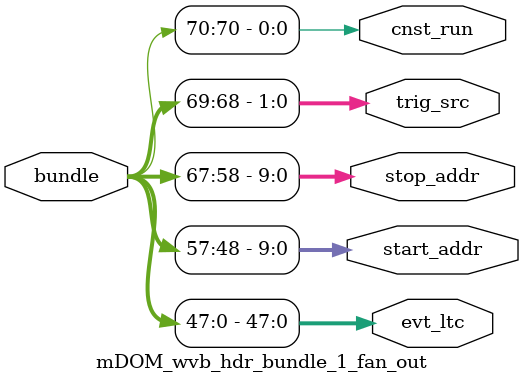
<source format=v>
module mDOM_wvb_hdr_bundle_1_fan_out
  (
   bundle,
   evt_ltc,
   start_addr,
   stop_addr,
   trig_src,
   cnst_run
  );

`include "mDOM_wvb_hdr_bundle_1_inc.v"

   input [70:0] bundle;
   output [47:0] evt_ltc;
   output [9:0] start_addr;
   output [9:0] stop_addr;
   output [1:0] trig_src;
   output [0:0] cnst_run;

assign evt_ltc = bundle[47:0];
assign start_addr = bundle[57:48];
assign stop_addr = bundle[67:58];
assign trig_src = bundle[69:68];
assign cnst_run = bundle[70:70];

endmodule

</source>
